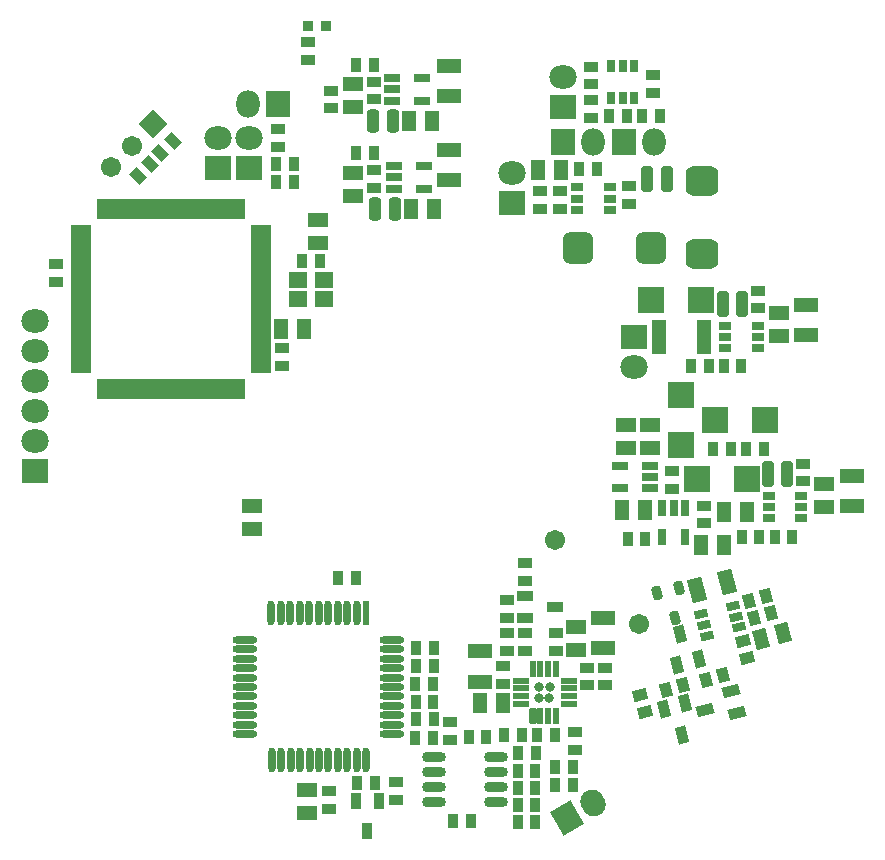
<source format=gts>
G04*
G04 #@! TF.GenerationSoftware,Altium Limited,Altium Designer,21.1.1 (26)*
G04*
G04 Layer_Color=8388736*
%FSLAX25Y25*%
%MOIN*%
G70*
G04*
G04 #@! TF.SameCoordinates,03695714-3163-4FEE-998C-4D1AEBC88490*
G04*
G04*
G04 #@! TF.FilePolarity,Negative*
G04*
G01*
G75*
%ADD60R,0.03543X0.03543*%
%ADD61R,0.04737X0.03753*%
%ADD62R,0.03753X0.04737*%
G04:AMPARAMS|DCode=63|XSize=37.53mil|YSize=47.37mil|CornerRadius=0mil|HoleSize=0mil|Usage=FLASHONLY|Rotation=45.000|XOffset=0mil|YOffset=0mil|HoleType=Round|Shape=Rectangle|*
%AMROTATEDRECTD63*
4,1,4,0.00348,-0.03002,-0.03002,0.00348,-0.00348,0.03002,0.03002,-0.00348,0.00348,-0.03002,0.0*
%
%ADD63ROTATEDRECTD63*%

%ADD64R,0.06509X0.04540*%
G04:AMPARAMS|DCode=65|XSize=78.87mil|YSize=41.47mil|CornerRadius=12.37mil|HoleSize=0mil|Usage=FLASHONLY|Rotation=270.000|XOffset=0mil|YOffset=0mil|HoleType=Round|Shape=RoundedRectangle|*
%AMROUNDEDRECTD65*
21,1,0.07887,0.01673,0,0,270.0*
21,1,0.05413,0.04147,0,0,270.0*
1,1,0.02473,-0.00837,-0.02707*
1,1,0.02473,-0.00837,0.02707*
1,1,0.02473,0.00837,0.02707*
1,1,0.02473,0.00837,-0.02707*
%
%ADD65ROUNDEDRECTD65*%
%ADD66R,0.04540X0.06509*%
%ADD67R,0.07887X0.04934*%
%ADD68R,0.05524X0.03162*%
%ADD69R,0.02762X0.04337*%
%ADD70R,0.06312X0.05328*%
%ADD71R,0.07099X0.01900*%
%ADD72R,0.01900X0.07099*%
%ADD73R,0.04337X0.02762*%
G04:AMPARAMS|DCode=74|XSize=100.56mil|YSize=108.43mil|CornerRadius=27.14mil|HoleSize=0mil|Usage=FLASHONLY|Rotation=180.000|XOffset=0mil|YOffset=0mil|HoleType=Round|Shape=RoundedRectangle|*
%AMROUNDEDRECTD74*
21,1,0.10056,0.05415,0,0,180.0*
21,1,0.04628,0.10843,0,0,180.0*
1,1,0.05428,-0.02314,0.02708*
1,1,0.05428,0.02314,0.02708*
1,1,0.05428,0.02314,-0.02708*
1,1,0.05428,-0.02314,-0.02708*
%
%ADD74ROUNDEDRECTD74*%
G04:AMPARAMS|DCode=75|XSize=86.74mil|YSize=41.47mil|CornerRadius=12.37mil|HoleSize=0mil|Usage=FLASHONLY|Rotation=90.000|XOffset=0mil|YOffset=0mil|HoleType=Round|Shape=RoundedRectangle|*
%AMROUNDEDRECTD75*
21,1,0.08674,0.01673,0,0,90.0*
21,1,0.06201,0.04147,0,0,90.0*
1,1,0.02473,0.00837,0.03100*
1,1,0.02473,0.00837,-0.03100*
1,1,0.02473,-0.00837,-0.03100*
1,1,0.02473,-0.00837,0.03100*
%
%ADD75ROUNDEDRECTD75*%
G04:AMPARAMS|DCode=76|XSize=100.56mil|YSize=108.43mil|CornerRadius=27.14mil|HoleSize=0mil|Usage=FLASHONLY|Rotation=270.000|XOffset=0mil|YOffset=0mil|HoleType=Round|Shape=RoundedRectangle|*
%AMROUNDEDRECTD76*
21,1,0.10056,0.05415,0,0,270.0*
21,1,0.04628,0.10843,0,0,270.0*
1,1,0.05428,-0.02708,-0.02314*
1,1,0.05428,-0.02708,0.02314*
1,1,0.05428,0.02708,0.02314*
1,1,0.05428,0.02708,-0.02314*
%
%ADD76ROUNDEDRECTD76*%
%ADD77R,0.08674X0.08674*%
%ADD78R,0.05131X0.11824*%
%ADD79R,0.08674X0.08674*%
%ADD80R,0.03162X0.05524*%
G04:AMPARAMS|DCode=81|XSize=49.34mil|YSize=78.87mil|CornerRadius=0mil|HoleSize=0mil|Usage=FLASHONLY|Rotation=15.000|XOffset=0mil|YOffset=0mil|HoleType=Round|Shape=Rectangle|*
%AMROTATEDRECTD81*
4,1,4,-0.01362,-0.04447,-0.03404,0.03170,0.01362,0.04447,0.03404,-0.03170,-0.01362,-0.04447,0.0*
%
%ADD81ROTATEDRECTD81*%

G04:AMPARAMS|DCode=82|XSize=31.62mil|YSize=47.37mil|CornerRadius=9.91mil|HoleSize=0mil|Usage=FLASHONLY|Rotation=15.000|XOffset=0mil|YOffset=0mil|HoleType=Round|Shape=RoundedRectangle|*
%AMROUNDEDRECTD82*
21,1,0.03162,0.02756,0,0,15.0*
21,1,0.01181,0.04737,0,0,15.0*
1,1,0.01981,0.00927,-0.01178*
1,1,0.01981,-0.00214,-0.01484*
1,1,0.01981,-0.00927,0.01178*
1,1,0.01981,0.00214,0.01484*
%
%ADD82ROUNDEDRECTD82*%
G04:AMPARAMS|DCode=83|XSize=27.62mil|YSize=43.37mil|CornerRadius=0mil|HoleSize=0mil|Usage=FLASHONLY|Rotation=105.000|XOffset=0mil|YOffset=0mil|HoleType=Round|Shape=Rectangle|*
%AMROTATEDRECTD83*
4,1,4,0.02452,-0.00773,-0.01737,-0.01895,-0.02452,0.00773,0.01737,0.01895,0.02452,-0.00773,0.0*
%
%ADD83ROTATEDRECTD83*%

G04:AMPARAMS|DCode=84|XSize=37.53mil|YSize=47.37mil|CornerRadius=0mil|HoleSize=0mil|Usage=FLASHONLY|Rotation=195.000|XOffset=0mil|YOffset=0mil|HoleType=Round|Shape=Rectangle|*
%AMROTATEDRECTD84*
4,1,4,0.01199,0.02774,0.02426,-0.01802,-0.01199,-0.02774,-0.02426,0.01802,0.01199,0.02774,0.0*
%
%ADD84ROTATEDRECTD84*%

G04:AMPARAMS|DCode=85|XSize=45.4mil|YSize=65.09mil|CornerRadius=0mil|HoleSize=0mil|Usage=FLASHONLY|Rotation=195.000|XOffset=0mil|YOffset=0mil|HoleType=Round|Shape=Rectangle|*
%AMROTATEDRECTD85*
4,1,4,0.01351,0.03731,0.03035,-0.02556,-0.01351,-0.03731,-0.03035,0.02556,0.01351,0.03731,0.0*
%
%ADD85ROTATEDRECTD85*%

%ADD86R,0.02375X0.05524*%
%ADD87R,0.05524X0.02375*%
G04:AMPARAMS|DCode=88|XSize=23.75mil|YSize=55.24mil|CornerRadius=0mil|HoleSize=0mil|Usage=FLASHONLY|Rotation=180.000|XOffset=0mil|YOffset=0mil|HoleType=Round|Shape=Octagon|*
%AMOCTAGOND88*
4,1,8,0.00594,-0.02762,-0.00594,-0.02762,-0.01187,-0.02169,-0.01187,0.02169,-0.00594,0.02762,0.00594,0.02762,0.01187,0.02169,0.01187,-0.02169,0.00594,-0.02762,0.0*
%
%ADD88OCTAGOND88*%

G04:AMPARAMS|DCode=89|XSize=37.53mil|YSize=47.37mil|CornerRadius=0mil|HoleSize=0mil|Usage=FLASHONLY|Rotation=285.000|XOffset=0mil|YOffset=0mil|HoleType=Round|Shape=Rectangle|*
%AMROTATEDRECTD89*
4,1,4,-0.02774,0.01199,0.01802,0.02426,0.02774,-0.01199,-0.01802,-0.02426,-0.02774,0.01199,0.0*
%
%ADD89ROTATEDRECTD89*%

G04:AMPARAMS|DCode=90|XSize=35.56mil|YSize=57.21mil|CornerRadius=0mil|HoleSize=0mil|Usage=FLASHONLY|Rotation=285.000|XOffset=0mil|YOffset=0mil|HoleType=Round|Shape=Rectangle|*
%AMROTATEDRECTD90*
4,1,4,-0.03223,0.00977,0.02303,0.02458,0.03223,-0.00977,-0.02303,-0.02458,-0.03223,0.00977,0.0*
%
%ADD90ROTATEDRECTD90*%

G04:AMPARAMS|DCode=91|XSize=35.56mil|YSize=57.21mil|CornerRadius=0mil|HoleSize=0mil|Usage=FLASHONLY|Rotation=195.000|XOffset=0mil|YOffset=0mil|HoleType=Round|Shape=Rectangle|*
%AMROTATEDRECTD91*
4,1,4,0.00977,0.03223,0.02458,-0.02303,-0.00977,-0.03223,-0.02458,0.02303,0.00977,0.03223,0.0*
%
%ADD91ROTATEDRECTD91*%

%ADD92R,0.05721X0.03556*%
%ADD93O,0.08300X0.02400*%
%ADD94O,0.02400X0.08300*%
%ADD95R,0.02400X0.08300*%
%ADD96O,0.07887X0.03556*%
%ADD97R,0.03556X0.05721*%
%ADD98C,0.06706*%
%ADD99O,0.07887X0.09068*%
%ADD100R,0.07887X0.09068*%
G04:AMPARAMS|DCode=101|XSize=78.87mil|YSize=90.68mil|CornerRadius=0mil|HoleSize=0mil|Usage=FLASHONLY|Rotation=30.000|XOffset=0mil|YOffset=0mil|HoleType=Round|Shape=Round|*
%AMOVALD101*
21,1,0.01181,0.07887,0.00000,0.00000,120.0*
1,1,0.07887,0.00295,-0.00511*
1,1,0.07887,-0.00295,0.00511*
%
%ADD101OVALD101*%

G04:AMPARAMS|DCode=102|XSize=78.87mil|YSize=90.68mil|CornerRadius=0mil|HoleSize=0mil|Usage=FLASHONLY|Rotation=30.000|XOffset=0mil|YOffset=0mil|HoleType=Round|Shape=Rectangle|*
%AMROTATEDRECTD102*
4,1,4,-0.01148,-0.05898,-0.05682,0.01955,0.01148,0.05898,0.05682,-0.01955,-0.01148,-0.05898,0.0*
%
%ADD102ROTATEDRECTD102*%

%ADD103R,0.09068X0.07887*%
%ADD104O,0.09068X0.07887*%
%ADD105P,0.09483X4X270.0*%
%ADD106C,0.03162*%
D60*
X-44953Y130500D02*
D03*
X-39047D02*
D03*
D61*
X-45000Y124953D02*
D03*
Y119047D02*
D03*
X-55000Y95953D02*
D03*
Y90047D02*
D03*
X-22793Y82358D02*
D03*
X-22793Y76452D02*
D03*
X-22913Y105931D02*
D03*
Y111837D02*
D03*
X-37165Y102931D02*
D03*
X-37165Y108837D02*
D03*
X70000Y108047D02*
D03*
X70000Y113953D02*
D03*
X-53500Y17047D02*
D03*
Y22953D02*
D03*
X62000Y76953D02*
D03*
X62000Y71047D02*
D03*
X39000Y75453D02*
D03*
Y69547D02*
D03*
X32500Y69547D02*
D03*
X32500Y75453D02*
D03*
X76596Y-17998D02*
D03*
X76596Y-23903D02*
D03*
X105132Y42145D02*
D03*
Y36240D02*
D03*
X120096Y-15498D02*
D03*
X120096Y-21403D02*
D03*
X87096Y-29498D02*
D03*
Y-35403D02*
D03*
X21513Y-60948D02*
D03*
X21513Y-66854D02*
D03*
X27500Y-54453D02*
D03*
Y-48547D02*
D03*
X37815Y-71938D02*
D03*
Y-77843D02*
D03*
X27513Y-77901D02*
D03*
Y-71996D02*
D03*
X21513Y-77854D02*
D03*
X21513Y-71948D02*
D03*
X20013Y-82996D02*
D03*
X20013Y-88901D02*
D03*
X44000Y-105047D02*
D03*
Y-110953D02*
D03*
X54013Y-83448D02*
D03*
Y-89354D02*
D03*
X48013Y-83448D02*
D03*
X48013Y-89354D02*
D03*
X2459Y-107542D02*
D03*
X2459Y-101636D02*
D03*
X-15500Y-121547D02*
D03*
X-15500Y-127453D02*
D03*
X-38000Y-124547D02*
D03*
Y-130453D02*
D03*
X-129000Y45047D02*
D03*
Y50953D02*
D03*
X49355Y105762D02*
D03*
X49355Y99857D02*
D03*
X49355Y116809D02*
D03*
X49355Y110904D02*
D03*
D62*
X-49547Y78500D02*
D03*
X-55453Y78500D02*
D03*
Y84500D02*
D03*
X-49547D02*
D03*
X-22840Y87905D02*
D03*
X-28746Y87905D02*
D03*
X-28866Y117384D02*
D03*
X-22960Y117384D02*
D03*
X55465Y100293D02*
D03*
X61370Y100293D02*
D03*
X66465Y100293D02*
D03*
X72370Y100293D02*
D03*
X-46953Y52000D02*
D03*
X-41047Y52000D02*
D03*
X45559Y82880D02*
D03*
X51465Y82880D02*
D03*
X82726Y17193D02*
D03*
X88632Y17193D02*
D03*
X93679Y17193D02*
D03*
X99585Y17193D02*
D03*
X110643Y-39950D02*
D03*
X116549Y-39951D02*
D03*
X105596Y-39951D02*
D03*
X99690Y-39950D02*
D03*
X61643Y-40451D02*
D03*
X67549D02*
D03*
X37547Y-122500D02*
D03*
X43453Y-122500D02*
D03*
X37547Y-116500D02*
D03*
X43453Y-116500D02*
D03*
X30868Y-134994D02*
D03*
X24963Y-134995D02*
D03*
X24962Y-129338D02*
D03*
X30868Y-129338D02*
D03*
X30868Y-123681D02*
D03*
X24962Y-123681D02*
D03*
X24962Y-118024D02*
D03*
X30868D02*
D03*
X30953Y-112000D02*
D03*
X25047Y-112000D02*
D03*
X20547Y-106000D02*
D03*
X26453Y-106000D02*
D03*
X37453Y-106000D02*
D03*
X31547Y-106000D02*
D03*
X-29047Y-53500D02*
D03*
X-34953D02*
D03*
X8699Y-106710D02*
D03*
X14605Y-106710D02*
D03*
X-3168Y-107028D02*
D03*
X-9074D02*
D03*
X-8922Y-100765D02*
D03*
X-3016Y-100765D02*
D03*
X-3114Y-94934D02*
D03*
X-9020Y-94934D02*
D03*
X-3212Y-89104D02*
D03*
X-9118Y-89104D02*
D03*
X-8953Y-83000D02*
D03*
X-3047Y-83000D02*
D03*
X-3047Y-77000D02*
D03*
X-8953D02*
D03*
X3547Y-134500D02*
D03*
X9453Y-134500D02*
D03*
X-22519Y-122037D02*
D03*
X-28424D02*
D03*
X101143Y-10451D02*
D03*
X107049D02*
D03*
X96049D02*
D03*
X90143D02*
D03*
D63*
X-89912Y92088D02*
D03*
X-94088Y87912D02*
D03*
X-97500Y84500D02*
D03*
X-101676Y80324D02*
D03*
D64*
X-29793Y73728D02*
D03*
X-29793Y81405D02*
D03*
X-29913Y103545D02*
D03*
X-29913Y111223D02*
D03*
X-41500Y58161D02*
D03*
X-41500Y65839D02*
D03*
X112132Y27016D02*
D03*
X112132Y34693D02*
D03*
X127096Y-29789D02*
D03*
X127096Y-22112D02*
D03*
X69096Y-2451D02*
D03*
X69096Y-10128D02*
D03*
X61096Y-2612D02*
D03*
X61096Y-10289D02*
D03*
X44532Y-69991D02*
D03*
X44532Y-77668D02*
D03*
X-63500Y-29661D02*
D03*
X-63500Y-37339D02*
D03*
X-45338Y-131915D02*
D03*
Y-124237D02*
D03*
D65*
X-16045Y69405D02*
D03*
X-22541Y69405D02*
D03*
X-16665Y98884D02*
D03*
X-23161Y98884D02*
D03*
D66*
X-10632Y69405D02*
D03*
X-2954D02*
D03*
X-3574Y98884D02*
D03*
X-11252Y98884D02*
D03*
X-46161Y29500D02*
D03*
X-53839Y29500D02*
D03*
X86257Y-42451D02*
D03*
X93935Y-42451D02*
D03*
X67435Y-30951D02*
D03*
X59757Y-30951D02*
D03*
X12336Y-95401D02*
D03*
X20013Y-95401D02*
D03*
X31859Y82389D02*
D03*
X39536Y82389D02*
D03*
X101434Y-31451D02*
D03*
X93757Y-31451D02*
D03*
D67*
X2000Y78980D02*
D03*
X2000Y89020D02*
D03*
Y106980D02*
D03*
X2000Y117020D02*
D03*
X121000Y27480D02*
D03*
X121000Y37520D02*
D03*
X136500Y-29520D02*
D03*
X136500Y-19480D02*
D03*
X53500Y-66980D02*
D03*
X53500Y-77020D02*
D03*
X12313Y-78082D02*
D03*
X12313Y-88121D02*
D03*
D68*
X-6372Y83645D02*
D03*
X-6372Y76165D02*
D03*
X-16214Y76165D02*
D03*
X-16214Y79905D02*
D03*
X-16214Y83645D02*
D03*
X-6911Y113010D02*
D03*
X-6911Y105530D02*
D03*
X-16753Y105530D02*
D03*
X-16754Y109270D02*
D03*
X-16753Y113010D02*
D03*
X59175Y-23691D02*
D03*
X59175Y-16210D02*
D03*
X69017Y-16210D02*
D03*
X69017Y-19951D02*
D03*
X69017Y-23691D02*
D03*
D69*
X63705Y106380D02*
D03*
X59965Y106380D02*
D03*
X56225Y106380D02*
D03*
X56225Y117207D02*
D03*
X59965Y117207D02*
D03*
X63705Y117207D02*
D03*
D70*
X-39669Y45650D02*
D03*
X-39669Y39351D02*
D03*
X-48331Y39350D02*
D03*
X-48331Y45650D02*
D03*
D71*
X-120528Y15798D02*
D03*
X-60685D02*
D03*
X-60685Y19735D02*
D03*
X-60685Y17767D02*
D03*
X-120528Y43357D02*
D03*
X-120528Y39420D02*
D03*
X-120528Y37452D02*
D03*
X-120528Y31546D02*
D03*
X-120528Y41389D02*
D03*
X-120528Y35483D02*
D03*
X-60685Y63042D02*
D03*
X-120528Y17767D02*
D03*
X-120528Y19735D02*
D03*
X-120528Y21704D02*
D03*
X-120528Y23672D02*
D03*
X-120528Y25641D02*
D03*
X-120528Y27609D02*
D03*
Y29578D02*
D03*
X-120528Y57137D02*
D03*
X-120528Y51231D02*
D03*
X-120528Y53200D02*
D03*
Y55168D02*
D03*
X-120528Y59105D02*
D03*
Y61074D02*
D03*
X-120528Y63042D02*
D03*
X-60685Y61074D02*
D03*
X-60685Y59105D02*
D03*
X-60685Y57137D02*
D03*
X-60685Y55168D02*
D03*
X-60685Y53200D02*
D03*
X-120528Y49263D02*
D03*
X-120528Y47294D02*
D03*
X-120528Y45326D02*
D03*
X-120528Y33515D02*
D03*
X-60685Y51231D02*
D03*
X-60685Y49263D02*
D03*
Y47294D02*
D03*
X-60685Y45326D02*
D03*
X-60685Y43357D02*
D03*
Y41389D02*
D03*
Y39420D02*
D03*
Y37452D02*
D03*
X-60685Y35483D02*
D03*
X-60685Y33515D02*
D03*
X-60685Y31546D02*
D03*
Y29578D02*
D03*
X-60685Y27609D02*
D03*
X-60685Y25641D02*
D03*
X-60685Y23672D02*
D03*
X-60685Y21704D02*
D03*
D72*
X-66985Y9499D02*
D03*
X-112260Y9499D02*
D03*
X-114229Y9499D02*
D03*
X-86670D02*
D03*
X-88638Y9499D02*
D03*
X-90607Y9499D02*
D03*
X-92575Y9499D02*
D03*
X-94544Y9499D02*
D03*
X-96512D02*
D03*
X-98481Y9499D02*
D03*
X-108323D02*
D03*
X-110292Y9499D02*
D03*
X-84701Y9499D02*
D03*
X-72890Y9499D02*
D03*
X-82733Y9499D02*
D03*
X-68953D02*
D03*
X-70922Y9499D02*
D03*
X-90607Y69341D02*
D03*
X-92575Y69341D02*
D03*
X-94544Y69341D02*
D03*
X-96512Y69341D02*
D03*
X-68953Y69341D02*
D03*
X-66985Y69341D02*
D03*
X-72890Y69341D02*
D03*
X-70922Y69341D02*
D03*
X-114228D02*
D03*
X-112260D02*
D03*
X-98481D02*
D03*
X-86670D02*
D03*
X-84701Y69341D02*
D03*
X-82733Y69341D02*
D03*
X-110292Y69341D02*
D03*
X-108323Y69341D02*
D03*
X-106355Y9499D02*
D03*
X-104386Y9499D02*
D03*
X-102418Y9499D02*
D03*
X-100449Y9499D02*
D03*
X-80764D02*
D03*
X-78796Y9499D02*
D03*
X-76827Y9499D02*
D03*
X-74859D02*
D03*
X-106355Y69341D02*
D03*
X-104386D02*
D03*
X-102418Y69341D02*
D03*
X-100449Y69341D02*
D03*
X-80764Y69341D02*
D03*
X-78796Y69341D02*
D03*
X-76827D02*
D03*
X-74859D02*
D03*
X-88638Y69341D02*
D03*
D73*
X44789Y76560D02*
D03*
X44789Y72820D02*
D03*
X44789Y69080D02*
D03*
X55616Y69080D02*
D03*
X55616Y72820D02*
D03*
Y76560D02*
D03*
X105045Y30433D02*
D03*
Y26693D02*
D03*
X105045Y22953D02*
D03*
X94218Y22953D02*
D03*
X94218Y26693D02*
D03*
X94218Y30433D02*
D03*
X119509Y-26210D02*
D03*
X119509Y-29950D02*
D03*
X119509Y-33691D02*
D03*
X108682Y-33691D02*
D03*
X108682Y-29951D02*
D03*
X108682Y-26210D02*
D03*
D74*
X45132Y56305D02*
D03*
X69542Y56305D02*
D03*
D75*
X68252Y79500D02*
D03*
X74748D02*
D03*
X114844Y-18951D02*
D03*
X108348Y-18951D02*
D03*
X93384Y37693D02*
D03*
X99880Y37693D02*
D03*
D76*
X86500Y54295D02*
D03*
X86500Y78705D02*
D03*
D77*
X86132Y39193D02*
D03*
X69596Y39193D02*
D03*
X90828Y-951D02*
D03*
X107363Y-951D02*
D03*
X101364Y-20451D02*
D03*
X84828D02*
D03*
D78*
X87112Y26693D02*
D03*
X72151Y26693D02*
D03*
D79*
X79596Y-9218D02*
D03*
X79596Y7317D02*
D03*
D80*
X80718Y-40102D02*
D03*
X73238Y-40102D02*
D03*
X73238Y-30260D02*
D03*
X76978Y-30260D02*
D03*
X80718Y-30260D02*
D03*
D81*
X84929Y-57691D02*
D03*
X94626Y-55093D02*
D03*
D82*
X77469Y-66901D02*
D03*
X78636Y-56806D02*
D03*
X71411Y-58742D02*
D03*
D83*
X96670Y-62854D02*
D03*
X97638Y-66467D02*
D03*
X86212Y-65657D02*
D03*
X87180Y-69269D02*
D03*
X98606Y-70080D02*
D03*
X88148Y-72882D02*
D03*
D84*
X107870Y-59644D02*
D03*
X102166Y-61172D02*
D03*
X109423Y-65439D02*
D03*
X103719Y-66968D02*
D03*
X93316Y-85947D02*
D03*
X87612Y-87476D02*
D03*
X80016Y-89255D02*
D03*
X74312Y-90783D02*
D03*
D85*
X106159Y-73968D02*
D03*
X113574Y-71981D02*
D03*
D86*
X35123Y-83807D02*
D03*
X30005Y-83807D02*
D03*
X32564Y-83807D02*
D03*
X37682Y-99555D02*
D03*
X35123Y-99555D02*
D03*
X32564Y-99555D02*
D03*
X37682Y-83807D02*
D03*
D87*
X26265Y-87842D02*
D03*
X26265Y-95519D02*
D03*
X26265Y-92960D02*
D03*
X26265Y-90401D02*
D03*
X42013Y-90401D02*
D03*
Y-92960D02*
D03*
X42013Y-95519D02*
D03*
X42013Y-87842D02*
D03*
D88*
X30005Y-99555D02*
D03*
D89*
X101489Y-80346D02*
D03*
X99961Y-74642D02*
D03*
X65912Y-92617D02*
D03*
X67440Y-98321D02*
D03*
D90*
X96094Y-91427D02*
D03*
X98030Y-98653D02*
D03*
X87555Y-97587D02*
D03*
D91*
X79249Y-72177D02*
D03*
X85409Y-80716D02*
D03*
X78184Y-82652D02*
D03*
X80901Y-95311D02*
D03*
X73675Y-97247D02*
D03*
X79835Y-105786D02*
D03*
D92*
X27590Y-59483D02*
D03*
X27590Y-66963D02*
D03*
X37433Y-63223D02*
D03*
D93*
X-16775Y-89904D02*
D03*
X-65775Y-105604D02*
D03*
Y-102504D02*
D03*
X-65775Y-99304D02*
D03*
X-65775Y-96204D02*
D03*
X-65775Y-93004D02*
D03*
Y-89904D02*
D03*
X-65775Y-86804D02*
D03*
X-65775Y-83604D02*
D03*
Y-80504D02*
D03*
X-65775Y-77304D02*
D03*
X-65775Y-74204D02*
D03*
X-16775D02*
D03*
X-16775Y-77304D02*
D03*
X-16775Y-80504D02*
D03*
X-16775Y-83604D02*
D03*
X-16775Y-86804D02*
D03*
Y-93004D02*
D03*
X-16775Y-96204D02*
D03*
X-16775Y-99304D02*
D03*
Y-102504D02*
D03*
X-16775Y-105604D02*
D03*
D94*
X-28675Y-114404D02*
D03*
X-25575Y-114404D02*
D03*
X-31875Y-114404D02*
D03*
X-34975Y-114404D02*
D03*
X-38175Y-114404D02*
D03*
X-41275Y-114404D02*
D03*
X-44375Y-114404D02*
D03*
X-47575Y-114404D02*
D03*
X-50675Y-114404D02*
D03*
X-53875D02*
D03*
X-56975D02*
D03*
X-57071Y-65404D02*
D03*
X-53921Y-65404D02*
D03*
X-50772Y-65404D02*
D03*
X-47622Y-65404D02*
D03*
X-44473Y-65404D02*
D03*
X-41323Y-65404D02*
D03*
X-38175Y-65404D02*
D03*
X-35024Y-65404D02*
D03*
X-31875Y-65404D02*
D03*
X-28725Y-65404D02*
D03*
D95*
X-25575D02*
D03*
D96*
X-2810Y-113327D02*
D03*
Y-118327D02*
D03*
Y-123327D02*
D03*
Y-128327D02*
D03*
X17662Y-113327D02*
D03*
Y-118327D02*
D03*
Y-123327D02*
D03*
Y-128327D02*
D03*
D97*
X-25118Y-137919D02*
D03*
X-28858Y-128076D02*
D03*
X-21378Y-128076D02*
D03*
D98*
X37581Y-41081D02*
D03*
X65419Y-68919D02*
D03*
X-110571Y83429D02*
D03*
X-103500Y90500D02*
D03*
D99*
X-65000Y104500D02*
D03*
X70465Y91793D02*
D03*
X49965Y91793D02*
D03*
D100*
X-55000Y104500D02*
D03*
X60465Y91793D02*
D03*
X39965D02*
D03*
D101*
X50000Y-128500D02*
D03*
D102*
X41340Y-133500D02*
D03*
D103*
X-136000Y-18000D02*
D03*
X-64500Y83000D02*
D03*
X-75000Y83000D02*
D03*
X23202Y71320D02*
D03*
X63632Y26693D02*
D03*
X39965Y103293D02*
D03*
D104*
X-136000Y-8000D02*
D03*
X-136000Y2000D02*
D03*
X-136000Y12000D02*
D03*
X-136000Y22000D02*
D03*
X-136000Y32000D02*
D03*
X-64500Y93000D02*
D03*
X-75000Y93000D02*
D03*
X23202Y81320D02*
D03*
X63632Y16693D02*
D03*
X39965Y113293D02*
D03*
D105*
X-96429Y97571D02*
D03*
D106*
X32072Y-93452D02*
D03*
X32072Y-89811D02*
D03*
X35517Y-93452D02*
D03*
X35615Y-89811D02*
D03*
M02*

</source>
